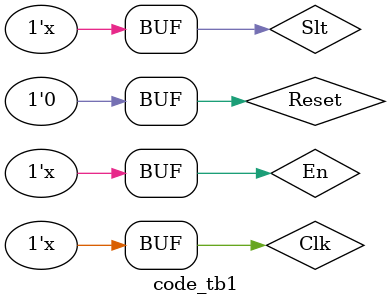
<source format=v>
`timescale 1ns / 1ps


module code_tb1;

	// Inputs
	reg Clk;
	reg Reset;
	reg Slt;
	reg En;

	// Outputs
	wire [63:0] Output0;
	wire [63:0] Output1;

	// Instantiate the Unit Under Test (UUT)
	code uut (
		.Clk(Clk), 
		.Reset(Reset), 
		.Slt(Slt), 
		.En(En), 
		.Output0(Output0), 
		.Output1(Output1)
	);

	initial begin
// Initialize Inputs
		#0 Clk = 0;
		   Reset = 0;
		   Slt = 0;
		   En = 0;
		#5 En=1'b1;
		   Slt=1'b1;
		#260 Reset = 1;
		#280 Reset = 0;
	end
	
	always #10 Clk=~Clk; 
	always #10 Slt=~Slt;
	always #100 En=~En;
endmodule


</source>
